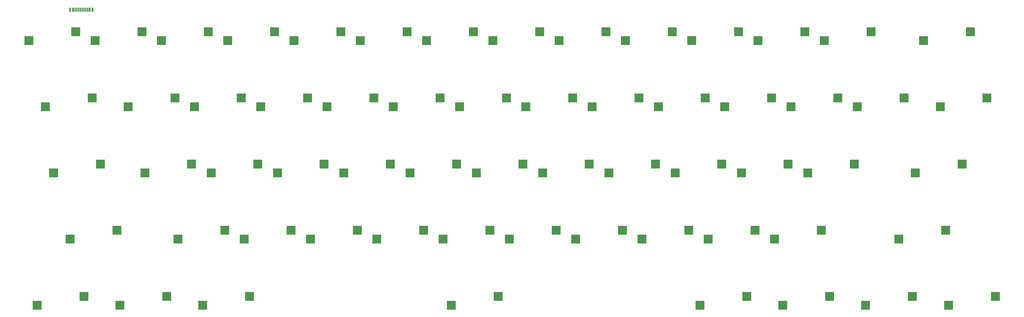
<source format=gbr>
%TF.GenerationSoftware,KiCad,Pcbnew,(6.0.8)*%
%TF.CreationDate,2023-01-01T11:03:00+00:00*%
%TF.ProjectId,USBKB,5553424b-422e-46b6-9963-61645f706362,rev?*%
%TF.SameCoordinates,Original*%
%TF.FileFunction,Paste,Top*%
%TF.FilePolarity,Positive*%
%FSLAX46Y46*%
G04 Gerber Fmt 4.6, Leading zero omitted, Abs format (unit mm)*
G04 Created by KiCad (PCBNEW (6.0.8)) date 2023-01-01 11:03:00*
%MOMM*%
%LPD*%
G01*
G04 APERTURE LIST*
%ADD10R,2.550000X2.500000*%
%ADD11R,0.600000X1.150000*%
%ADD12R,0.300000X1.150000*%
G04 APERTURE END LIST*
D10*
%TO.C,KSEVEN1*%
X172616180Y-33870000D03*
X159166180Y-36410000D03*
%TD*%
%TO.C,KBSPACE1*%
X296441005Y-33870000D03*
X282991005Y-36410000D03*
%TD*%
%TO.C,KE1*%
X105940003Y-52920000D03*
X92490003Y-55460000D03*
%TD*%
%TO.C,KBSLASH1*%
X301202005Y-52920000D03*
X287752005Y-55460000D03*
%TD*%
%TO.C,KA1*%
X72603005Y-71970000D03*
X59153005Y-74510000D03*
%TD*%
%TO.C,KSPACE1*%
X160709005Y-110070000D03*
X147259005Y-112610000D03*
%TD*%
%TO.C,KC1*%
X120228005Y-91020000D03*
X106778005Y-93560000D03*
%TD*%
%TO.C,KS1*%
X91653005Y-71970000D03*
X78203005Y-74510000D03*
%TD*%
%TO.C,KF1*%
X129753005Y-71970000D03*
X116303005Y-74510000D03*
%TD*%
%TO.C,KY1*%
X163090000Y-52920000D03*
X149640000Y-55460000D03*
%TD*%
%TO.C,KCAPS1*%
X46409005Y-71970000D03*
X32959005Y-74510000D03*
%TD*%
%TO.C,KL1*%
X225003005Y-71970000D03*
X211553005Y-74510000D03*
%TD*%
%TO.C,KB1*%
X158328005Y-91020000D03*
X144878005Y-93560000D03*
%TD*%
%TO.C,KEIGHT1*%
X191666205Y-33870000D03*
X178216205Y-36410000D03*
%TD*%
%TO.C,KRALT1*%
X232146005Y-110070000D03*
X218696005Y-112610000D03*
%TD*%
%TO.C,KU1*%
X182139999Y-52920000D03*
X168689999Y-55460000D03*
%TD*%
D11*
%TO.C,U1*%
X44100002Y-27520000D03*
X43300002Y-27520000D03*
D12*
X42150002Y-27520000D03*
X41150002Y-27520000D03*
X40650002Y-27520000D03*
X39650002Y-27520000D03*
D11*
X37700002Y-27520000D03*
X38500002Y-27520000D03*
D12*
X39150002Y-27520000D03*
X40150002Y-27520000D03*
X41650002Y-27520000D03*
X42650002Y-27520000D03*
%TD*%
D10*
%TO.C,KJ1*%
X186903005Y-71970000D03*
X173453005Y-74510000D03*
%TD*%
%TO.C,KSC1*%
X244053005Y-71970000D03*
X230603005Y-74510000D03*
%TD*%
%TO.C,KRB1*%
X277389994Y-52920000D03*
X263939994Y-55460000D03*
%TD*%
%TO.C,KZERO1*%
X229766255Y-33870000D03*
X216316255Y-36410000D03*
%TD*%
%TO.C,KDASH1*%
X248816280Y-33870000D03*
X235366280Y-36410000D03*
%TD*%
%TO.C,KLALT1*%
X89272505Y-110070000D03*
X75822505Y-112610000D03*
%TD*%
%TO.C,KRCTRL1*%
X279771337Y-110070000D03*
X266321337Y-112610000D03*
%TD*%
%TO.C,KZ1*%
X82128005Y-91020000D03*
X68678005Y-93560000D03*
%TD*%
%TO.C,KW1*%
X86890004Y-52920000D03*
X73440004Y-55460000D03*
%TD*%
%TO.C,KLCTRL1*%
X41647005Y-110070000D03*
X28197005Y-112610000D03*
%TD*%
%TO.C,KLS1*%
X51172005Y-91020000D03*
X37722005Y-93560000D03*
%TD*%
%TO.C,KFIVE1*%
X134516130Y-33870000D03*
X121066130Y-36410000D03*
%TD*%
%TO.C,KRMETA1*%
X255958671Y-110070000D03*
X242508671Y-112610000D03*
%TD*%
%TO.C,KFOUR1*%
X115466105Y-33870000D03*
X102016105Y-36410000D03*
%TD*%
%TO.C,KQ1*%
X67840005Y-52920000D03*
X54390005Y-55460000D03*
%TD*%
%TO.C,KI1*%
X201189998Y-52920000D03*
X187739998Y-55460000D03*
%TD*%
%TO.C,KK1*%
X205953005Y-71970000D03*
X192503005Y-74510000D03*
%TD*%
%TO.C,KLMETA1*%
X65459755Y-110070000D03*
X52009755Y-112610000D03*
%TD*%
%TO.C,KTWO1*%
X77366055Y-33870000D03*
X63916055Y-36410000D03*
%TD*%
%TO.C,KEQUALS1*%
X267866305Y-33870000D03*
X254416305Y-36410000D03*
%TD*%
%TO.C,KONE1*%
X58316030Y-33870000D03*
X44866030Y-36410000D03*
%TD*%
%TO.C,KNINE1*%
X210716230Y-33870000D03*
X197266230Y-36410000D03*
%TD*%
%TO.C,KAP1*%
X263103005Y-71970000D03*
X249653005Y-74510000D03*
%TD*%
%TO.C,KFN1*%
X303584003Y-110070000D03*
X290134003Y-112610000D03*
%TD*%
%TO.C,KH1*%
X167853005Y-71970000D03*
X154403005Y-74510000D03*
%TD*%
%TO.C,KFSLASH1*%
X253578005Y-91020000D03*
X240128005Y-93560000D03*
%TD*%
%TO.C,KRS1*%
X289297005Y-91020000D03*
X275847005Y-93560000D03*
%TD*%
%TO.C,KO1*%
X220239997Y-52920000D03*
X206789997Y-55460000D03*
%TD*%
%TO.C,KESC1*%
X39266005Y-33870000D03*
X25816005Y-36410000D03*
%TD*%
%TO.C,KTAB1*%
X44028005Y-52920000D03*
X30578005Y-55460000D03*
%TD*%
%TO.C,KN1*%
X177378005Y-91020000D03*
X163928005Y-93560000D03*
%TD*%
%TO.C,KCOMMA1*%
X215478005Y-91020000D03*
X202028005Y-93560000D03*
%TD*%
%TO.C,KR1*%
X124990002Y-52920000D03*
X111540002Y-55460000D03*
%TD*%
%TO.C,KPERIOD1*%
X234528005Y-91020000D03*
X221078005Y-93560000D03*
%TD*%
%TO.C,KG1*%
X148803005Y-71970000D03*
X135353005Y-74510000D03*
%TD*%
%TO.C,KP1*%
X239289996Y-52920000D03*
X225839996Y-55460000D03*
%TD*%
%TO.C,KM1*%
X196428005Y-91020000D03*
X182978005Y-93560000D03*
%TD*%
%TO.C,KSIX1*%
X153566155Y-33870000D03*
X140116155Y-36410000D03*
%TD*%
%TO.C,KRETURN1*%
X294059005Y-71970000D03*
X280609005Y-74510000D03*
%TD*%
%TO.C,KTHREE1*%
X96416080Y-33870000D03*
X82966080Y-36410000D03*
%TD*%
%TO.C,KX1*%
X101178005Y-91020000D03*
X87728005Y-93560000D03*
%TD*%
%TO.C,KT1*%
X144040001Y-52920000D03*
X130590001Y-55460000D03*
%TD*%
%TO.C,KLB1*%
X258339995Y-52920000D03*
X244889995Y-55460000D03*
%TD*%
%TO.C,KV1*%
X139278005Y-91020000D03*
X125828005Y-93560000D03*
%TD*%
%TO.C,KD1*%
X110703005Y-71970000D03*
X97253005Y-74510000D03*
%TD*%
M02*

</source>
